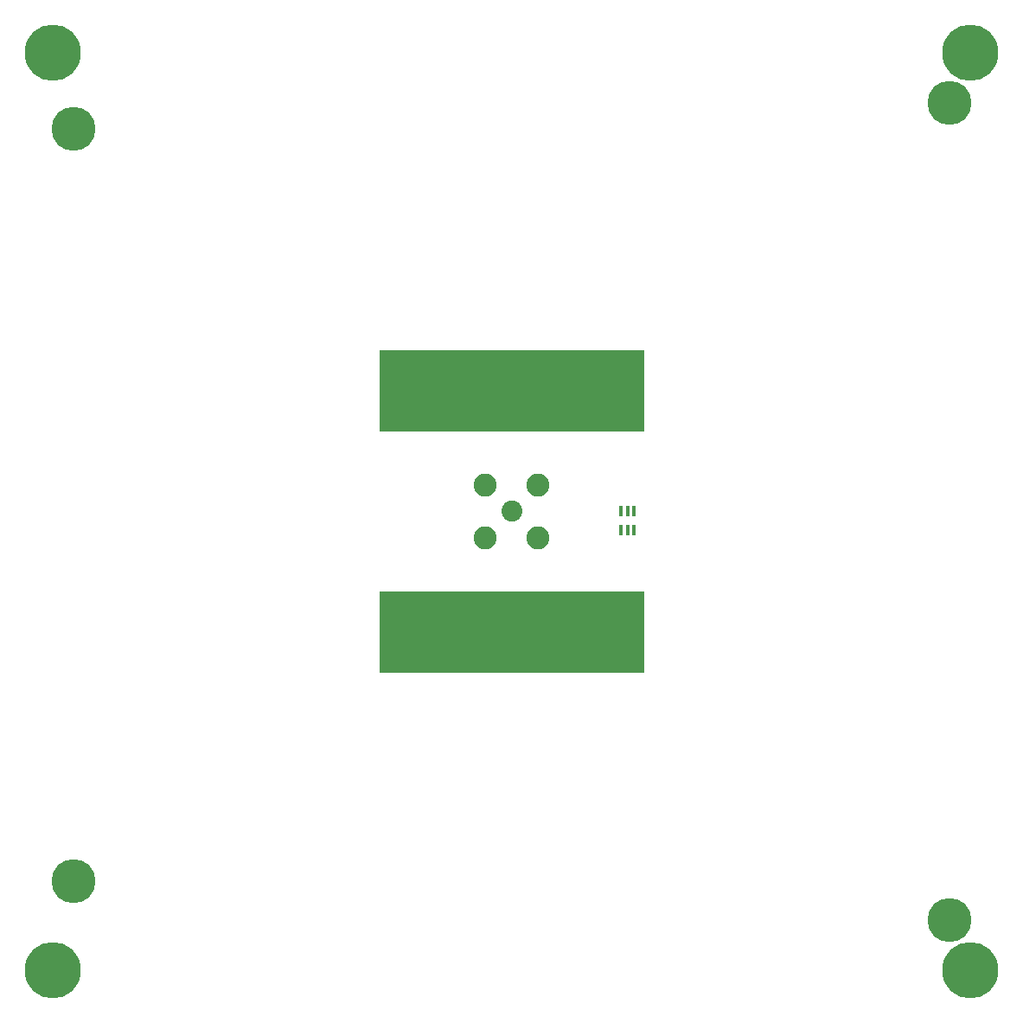
<source format=gbs>
G04 #@! TF.GenerationSoftware,KiCad,Pcbnew,(6.0.5-0)*
G04 #@! TF.CreationDate,2022-12-31T05:29:51-05:00*
G04 #@! TF.ProjectId,antenna-pcb,616e7465-6e6e-4612-9d70-63622e6b6963,rev?*
G04 #@! TF.SameCoordinates,Original*
G04 #@! TF.FileFunction,Soldermask,Bot*
G04 #@! TF.FilePolarity,Negative*
%FSLAX46Y46*%
G04 Gerber Fmt 4.6, Leading zero omitted, Abs format (unit mm)*
G04 Created by KiCad (PCBNEW (6.0.5-0)) date 2022-12-31 05:29:51*
%MOMM*%
%LPD*%
G01*
G04 APERTURE LIST*
%ADD10C,5.500000*%
%ADD11C,4.300000*%
%ADD12C,2.050000*%
%ADD13C,2.250000*%
%ADD14R,26.000000X8.000000*%
%ADD15R,2.000000X8.000000*%
%ADD16R,0.350000X1.000000*%
G04 APERTURE END LIST*
D10*
G04 #@! TO.C,H4*
X163450000Y-143450000D03*
G04 #@! TD*
D11*
G04 #@! TO.C,H6*
X161364000Y-58495000D03*
G04 #@! TD*
D10*
G04 #@! TO.C,H1*
X73550000Y-53550000D03*
G04 #@! TD*
D11*
G04 #@! TO.C,H8*
X161364000Y-138505000D03*
G04 #@! TD*
G04 #@! TO.C,H7*
X75639000Y-134695000D03*
G04 #@! TD*
G04 #@! TO.C,H5*
X75639000Y-61035000D03*
G04 #@! TD*
D10*
G04 #@! TO.C,H3*
X73550000Y-143450000D03*
G04 #@! TD*
G04 #@! TO.C,H2*
X163450000Y-53550000D03*
G04 #@! TD*
D12*
G04 #@! TO.C,J1*
X118500000Y-98500000D03*
D13*
X115950000Y-95950000D03*
X121050000Y-101050000D03*
X115950000Y-101050000D03*
X121050000Y-95950000D03*
G04 #@! TD*
D14*
G04 #@! TO.C,AE1*
X118500000Y-86700000D03*
D15*
X130500000Y-86700000D03*
D14*
X118500000Y-110300000D03*
D15*
X130500000Y-110300000D03*
G04 #@! TD*
D16*
G04 #@! TO.C,U1*
X129200000Y-98500000D03*
X129850000Y-98500000D03*
X130500000Y-98500000D03*
X130500000Y-100300000D03*
X129850000Y-100300000D03*
X129200000Y-100300000D03*
G04 #@! TD*
M02*

</source>
